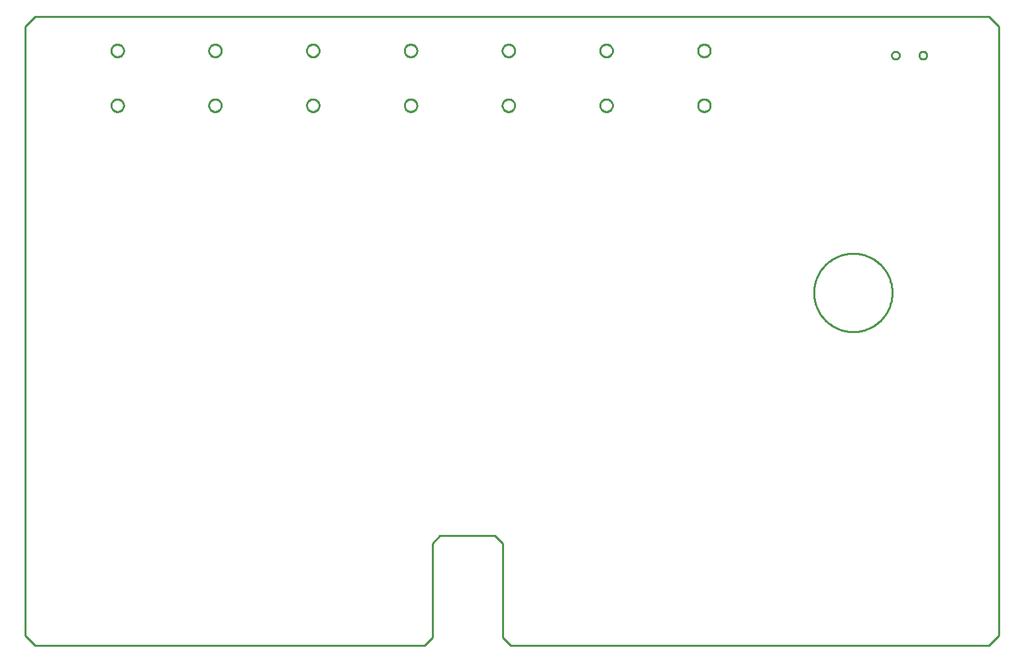
<source format=gbr>
G04 EAGLE Gerber RS-274X export*
G75*
%MOMM*%
%FSLAX34Y34*%
%LPD*%
%IN*%
%IPPOS*%
%AMOC8*
5,1,8,0,0,1.08239X$1,22.5*%
G01*
%ADD10C,0.254000*%


D10*
X0Y12700D02*
X12700Y0D01*
X510000Y0D01*
X520000Y10000D01*
X520000Y130000D01*
X530000Y140000D01*
X600000Y140000D01*
X610000Y130000D01*
X610000Y10000D01*
X620000Y0D01*
X1231900Y0D01*
X1244600Y12700D01*
X1244600Y791130D01*
X1231900Y803830D01*
X12700Y803830D01*
X0Y791130D01*
X0Y12700D01*
X1108000Y450018D02*
X1107923Y448056D01*
X1107769Y446098D01*
X1107538Y444148D01*
X1107231Y442209D01*
X1106848Y440282D01*
X1106389Y438373D01*
X1105856Y436483D01*
X1105249Y434615D01*
X1104570Y432773D01*
X1103818Y430959D01*
X1102996Y429175D01*
X1102105Y427426D01*
X1101145Y425712D01*
X1100119Y424038D01*
X1099028Y422405D01*
X1097874Y420816D01*
X1096658Y419274D01*
X1095383Y417781D01*
X1094050Y416339D01*
X1092661Y414950D01*
X1091219Y413617D01*
X1089726Y412342D01*
X1088184Y411126D01*
X1086595Y409972D01*
X1084962Y408881D01*
X1083288Y407855D01*
X1081574Y406895D01*
X1079825Y406004D01*
X1078041Y405182D01*
X1076227Y404430D01*
X1074385Y403751D01*
X1072517Y403144D01*
X1070627Y402611D01*
X1068718Y402152D01*
X1066792Y401769D01*
X1064852Y401462D01*
X1062902Y401231D01*
X1060944Y401077D01*
X1058982Y401000D01*
X1057018Y401000D01*
X1055056Y401077D01*
X1053098Y401231D01*
X1051148Y401462D01*
X1049209Y401769D01*
X1047282Y402152D01*
X1045373Y402611D01*
X1043483Y403144D01*
X1041615Y403751D01*
X1039773Y404430D01*
X1037959Y405182D01*
X1036175Y406004D01*
X1034426Y406895D01*
X1032712Y407855D01*
X1031038Y408881D01*
X1029405Y409972D01*
X1027816Y411126D01*
X1026274Y412342D01*
X1024781Y413617D01*
X1023339Y414950D01*
X1021950Y416339D01*
X1020617Y417781D01*
X1019342Y419274D01*
X1018126Y420816D01*
X1016972Y422405D01*
X1015881Y424038D01*
X1014855Y425712D01*
X1013895Y427426D01*
X1013004Y429175D01*
X1012182Y430959D01*
X1011430Y432773D01*
X1010751Y434615D01*
X1010144Y436483D01*
X1009611Y438373D01*
X1009152Y440282D01*
X1008769Y442209D01*
X1008462Y444148D01*
X1008231Y446098D01*
X1008077Y448056D01*
X1008000Y450018D01*
X1008000Y451982D01*
X1008077Y453944D01*
X1008231Y455902D01*
X1008462Y457852D01*
X1008769Y459792D01*
X1009152Y461718D01*
X1009611Y463627D01*
X1010144Y465517D01*
X1010751Y467385D01*
X1011430Y469227D01*
X1012182Y471041D01*
X1013004Y472825D01*
X1013895Y474574D01*
X1014855Y476288D01*
X1015881Y477962D01*
X1016972Y479595D01*
X1018126Y481184D01*
X1019342Y482726D01*
X1020617Y484219D01*
X1021950Y485661D01*
X1023339Y487050D01*
X1024781Y488383D01*
X1026274Y489658D01*
X1027816Y490874D01*
X1029405Y492028D01*
X1031038Y493119D01*
X1032712Y494145D01*
X1034426Y495105D01*
X1036175Y495996D01*
X1037959Y496818D01*
X1039773Y497570D01*
X1041615Y498249D01*
X1043483Y498856D01*
X1045373Y499389D01*
X1047282Y499848D01*
X1049209Y500231D01*
X1051148Y500538D01*
X1053098Y500769D01*
X1055056Y500923D01*
X1057018Y501000D01*
X1058982Y501000D01*
X1060944Y500923D01*
X1062902Y500769D01*
X1064852Y500538D01*
X1066792Y500231D01*
X1068718Y499848D01*
X1070627Y499389D01*
X1072517Y498856D01*
X1074385Y498249D01*
X1076227Y497570D01*
X1078041Y496818D01*
X1079825Y495996D01*
X1081574Y495105D01*
X1083288Y494145D01*
X1084962Y493119D01*
X1086595Y492028D01*
X1088184Y490874D01*
X1089726Y489658D01*
X1091219Y488383D01*
X1092661Y487050D01*
X1094050Y485661D01*
X1095383Y484219D01*
X1096658Y482726D01*
X1097874Y481184D01*
X1099028Y479595D01*
X1100119Y477962D01*
X1101145Y476288D01*
X1102105Y474574D01*
X1102996Y472825D01*
X1103818Y471041D01*
X1104570Y469227D01*
X1105249Y467385D01*
X1105856Y465517D01*
X1106389Y463627D01*
X1106848Y461718D01*
X1107231Y459792D01*
X1107538Y457852D01*
X1107769Y455902D01*
X1107923Y453944D01*
X1108000Y451982D01*
X1108000Y450018D01*
X1142300Y754761D02*
X1142363Y755319D01*
X1142488Y755866D01*
X1142673Y756396D01*
X1142917Y756902D01*
X1143216Y757378D01*
X1143566Y757817D01*
X1143963Y758214D01*
X1144402Y758564D01*
X1144878Y758863D01*
X1145384Y759107D01*
X1145914Y759292D01*
X1146461Y759417D01*
X1147019Y759480D01*
X1147581Y759480D01*
X1148139Y759417D01*
X1148686Y759292D01*
X1149216Y759107D01*
X1149722Y758863D01*
X1150198Y758564D01*
X1150637Y758214D01*
X1151034Y757817D01*
X1151384Y757378D01*
X1151683Y756902D01*
X1151927Y756396D01*
X1152112Y755866D01*
X1152237Y755319D01*
X1152300Y754761D01*
X1152300Y754199D01*
X1152237Y753641D01*
X1152112Y753094D01*
X1151927Y752564D01*
X1151683Y752058D01*
X1151384Y751582D01*
X1151034Y751143D01*
X1150637Y750746D01*
X1150198Y750396D01*
X1149722Y750097D01*
X1149216Y749853D01*
X1148686Y749668D01*
X1148139Y749543D01*
X1147581Y749480D01*
X1147019Y749480D01*
X1146461Y749543D01*
X1145914Y749668D01*
X1145384Y749853D01*
X1144878Y750097D01*
X1144402Y750396D01*
X1143963Y750746D01*
X1143566Y751143D01*
X1143216Y751582D01*
X1142917Y752058D01*
X1142673Y752564D01*
X1142488Y753094D01*
X1142363Y753641D01*
X1142300Y754199D01*
X1142300Y754761D01*
X1107300Y754761D02*
X1107363Y755319D01*
X1107488Y755866D01*
X1107673Y756396D01*
X1107917Y756902D01*
X1108216Y757378D01*
X1108566Y757817D01*
X1108963Y758214D01*
X1109402Y758564D01*
X1109878Y758863D01*
X1110384Y759107D01*
X1110914Y759292D01*
X1111461Y759417D01*
X1112019Y759480D01*
X1112581Y759480D01*
X1113139Y759417D01*
X1113686Y759292D01*
X1114216Y759107D01*
X1114722Y758863D01*
X1115198Y758564D01*
X1115637Y758214D01*
X1116034Y757817D01*
X1116384Y757378D01*
X1116683Y756902D01*
X1116927Y756396D01*
X1117112Y755866D01*
X1117237Y755319D01*
X1117300Y754761D01*
X1117300Y754199D01*
X1117237Y753641D01*
X1117112Y753094D01*
X1116927Y752564D01*
X1116683Y752058D01*
X1116384Y751582D01*
X1116034Y751143D01*
X1115637Y750746D01*
X1115198Y750396D01*
X1114722Y750097D01*
X1114216Y749853D01*
X1113686Y749668D01*
X1113139Y749543D01*
X1112581Y749480D01*
X1112019Y749480D01*
X1111461Y749543D01*
X1110914Y749668D01*
X1110384Y749853D01*
X1109878Y750097D01*
X1109402Y750396D01*
X1108963Y750746D01*
X1108566Y751143D01*
X1108216Y751582D01*
X1107917Y752058D01*
X1107673Y752564D01*
X1107488Y753094D01*
X1107363Y753641D01*
X1107300Y754199D01*
X1107300Y754761D01*
X617143Y752484D02*
X616361Y752561D01*
X615590Y752714D01*
X614838Y752943D01*
X614111Y753243D01*
X613418Y753614D01*
X612765Y754051D01*
X612157Y754549D01*
X611601Y755105D01*
X611103Y755713D01*
X610666Y756366D01*
X610295Y757059D01*
X609995Y757786D01*
X609766Y758538D01*
X609613Y759309D01*
X609536Y760091D01*
X609536Y760877D01*
X609613Y761659D01*
X609766Y762430D01*
X609995Y763182D01*
X610295Y763909D01*
X610666Y764602D01*
X611103Y765255D01*
X611601Y765863D01*
X612157Y766419D01*
X612765Y766917D01*
X613418Y767354D01*
X614111Y767725D01*
X614838Y768025D01*
X615590Y768254D01*
X616361Y768407D01*
X617143Y768484D01*
X617929Y768484D01*
X618711Y768407D01*
X619482Y768254D01*
X620234Y768025D01*
X620961Y767725D01*
X621654Y767354D01*
X622307Y766917D01*
X622915Y766419D01*
X623471Y765863D01*
X623969Y765255D01*
X624406Y764602D01*
X624777Y763909D01*
X625077Y763182D01*
X625306Y762430D01*
X625459Y761659D01*
X625536Y760877D01*
X625536Y760091D01*
X625459Y759309D01*
X625306Y758538D01*
X625077Y757786D01*
X624777Y757059D01*
X624406Y756366D01*
X623969Y755713D01*
X623471Y755105D01*
X622915Y754549D01*
X622307Y754051D01*
X621654Y753614D01*
X620961Y753243D01*
X620234Y752943D01*
X619482Y752714D01*
X618711Y752561D01*
X617929Y752484D01*
X617143Y752484D01*
X617143Y682484D02*
X616361Y682561D01*
X615590Y682714D01*
X614838Y682943D01*
X614111Y683243D01*
X613418Y683614D01*
X612765Y684051D01*
X612157Y684549D01*
X611601Y685105D01*
X611103Y685713D01*
X610666Y686366D01*
X610295Y687059D01*
X609995Y687786D01*
X609766Y688538D01*
X609613Y689309D01*
X609536Y690091D01*
X609536Y690877D01*
X609613Y691659D01*
X609766Y692430D01*
X609995Y693182D01*
X610295Y693909D01*
X610666Y694602D01*
X611103Y695255D01*
X611601Y695863D01*
X612157Y696419D01*
X612765Y696917D01*
X613418Y697354D01*
X614111Y697725D01*
X614838Y698025D01*
X615590Y698254D01*
X616361Y698407D01*
X617143Y698484D01*
X617929Y698484D01*
X618711Y698407D01*
X619482Y698254D01*
X620234Y698025D01*
X620961Y697725D01*
X621654Y697354D01*
X622307Y696917D01*
X622915Y696419D01*
X623471Y695863D01*
X623969Y695255D01*
X624406Y694602D01*
X624777Y693909D01*
X625077Y693182D01*
X625306Y692430D01*
X625459Y691659D01*
X625536Y690877D01*
X625536Y690091D01*
X625459Y689309D01*
X625306Y688538D01*
X625077Y687786D01*
X624777Y687059D01*
X624406Y686366D01*
X623969Y685713D01*
X623471Y685105D01*
X622915Y684549D01*
X622307Y684051D01*
X621654Y683614D01*
X620961Y683243D01*
X620234Y682943D01*
X619482Y682714D01*
X618711Y682561D01*
X617929Y682484D01*
X617143Y682484D01*
X492143Y752484D02*
X491361Y752561D01*
X490590Y752714D01*
X489838Y752943D01*
X489111Y753243D01*
X488418Y753614D01*
X487765Y754051D01*
X487157Y754549D01*
X486601Y755105D01*
X486103Y755713D01*
X485666Y756366D01*
X485295Y757059D01*
X484995Y757786D01*
X484766Y758538D01*
X484613Y759309D01*
X484536Y760091D01*
X484536Y760877D01*
X484613Y761659D01*
X484766Y762430D01*
X484995Y763182D01*
X485295Y763909D01*
X485666Y764602D01*
X486103Y765255D01*
X486601Y765863D01*
X487157Y766419D01*
X487765Y766917D01*
X488418Y767354D01*
X489111Y767725D01*
X489838Y768025D01*
X490590Y768254D01*
X491361Y768407D01*
X492143Y768484D01*
X492929Y768484D01*
X493711Y768407D01*
X494482Y768254D01*
X495234Y768025D01*
X495961Y767725D01*
X496654Y767354D01*
X497307Y766917D01*
X497915Y766419D01*
X498471Y765863D01*
X498969Y765255D01*
X499406Y764602D01*
X499777Y763909D01*
X500077Y763182D01*
X500306Y762430D01*
X500459Y761659D01*
X500536Y760877D01*
X500536Y760091D01*
X500459Y759309D01*
X500306Y758538D01*
X500077Y757786D01*
X499777Y757059D01*
X499406Y756366D01*
X498969Y755713D01*
X498471Y755105D01*
X497915Y754549D01*
X497307Y754051D01*
X496654Y753614D01*
X495961Y753243D01*
X495234Y752943D01*
X494482Y752714D01*
X493711Y752561D01*
X492929Y752484D01*
X492143Y752484D01*
X492143Y682484D02*
X491361Y682561D01*
X490590Y682714D01*
X489838Y682943D01*
X489111Y683243D01*
X488418Y683614D01*
X487765Y684051D01*
X487157Y684549D01*
X486601Y685105D01*
X486103Y685713D01*
X485666Y686366D01*
X485295Y687059D01*
X484995Y687786D01*
X484766Y688538D01*
X484613Y689309D01*
X484536Y690091D01*
X484536Y690877D01*
X484613Y691659D01*
X484766Y692430D01*
X484995Y693182D01*
X485295Y693909D01*
X485666Y694602D01*
X486103Y695255D01*
X486601Y695863D01*
X487157Y696419D01*
X487765Y696917D01*
X488418Y697354D01*
X489111Y697725D01*
X489838Y698025D01*
X490590Y698254D01*
X491361Y698407D01*
X492143Y698484D01*
X492929Y698484D01*
X493711Y698407D01*
X494482Y698254D01*
X495234Y698025D01*
X495961Y697725D01*
X496654Y697354D01*
X497307Y696917D01*
X497915Y696419D01*
X498471Y695863D01*
X498969Y695255D01*
X499406Y694602D01*
X499777Y693909D01*
X500077Y693182D01*
X500306Y692430D01*
X500459Y691659D01*
X500536Y690877D01*
X500536Y690091D01*
X500459Y689309D01*
X500306Y688538D01*
X500077Y687786D01*
X499777Y687059D01*
X499406Y686366D01*
X498969Y685713D01*
X498471Y685105D01*
X497915Y684549D01*
X497307Y684051D01*
X496654Y683614D01*
X495961Y683243D01*
X495234Y682943D01*
X494482Y682714D01*
X493711Y682561D01*
X492929Y682484D01*
X492143Y682484D01*
X367143Y752484D02*
X366361Y752561D01*
X365590Y752714D01*
X364838Y752943D01*
X364111Y753243D01*
X363418Y753614D01*
X362765Y754051D01*
X362157Y754549D01*
X361601Y755105D01*
X361103Y755713D01*
X360666Y756366D01*
X360295Y757059D01*
X359995Y757786D01*
X359766Y758538D01*
X359613Y759309D01*
X359536Y760091D01*
X359536Y760877D01*
X359613Y761659D01*
X359766Y762430D01*
X359995Y763182D01*
X360295Y763909D01*
X360666Y764602D01*
X361103Y765255D01*
X361601Y765863D01*
X362157Y766419D01*
X362765Y766917D01*
X363418Y767354D01*
X364111Y767725D01*
X364838Y768025D01*
X365590Y768254D01*
X366361Y768407D01*
X367143Y768484D01*
X367929Y768484D01*
X368711Y768407D01*
X369482Y768254D01*
X370234Y768025D01*
X370961Y767725D01*
X371654Y767354D01*
X372307Y766917D01*
X372915Y766419D01*
X373471Y765863D01*
X373969Y765255D01*
X374406Y764602D01*
X374777Y763909D01*
X375077Y763182D01*
X375306Y762430D01*
X375459Y761659D01*
X375536Y760877D01*
X375536Y760091D01*
X375459Y759309D01*
X375306Y758538D01*
X375077Y757786D01*
X374777Y757059D01*
X374406Y756366D01*
X373969Y755713D01*
X373471Y755105D01*
X372915Y754549D01*
X372307Y754051D01*
X371654Y753614D01*
X370961Y753243D01*
X370234Y752943D01*
X369482Y752714D01*
X368711Y752561D01*
X367929Y752484D01*
X367143Y752484D01*
X367143Y682484D02*
X366361Y682561D01*
X365590Y682714D01*
X364838Y682943D01*
X364111Y683243D01*
X363418Y683614D01*
X362765Y684051D01*
X362157Y684549D01*
X361601Y685105D01*
X361103Y685713D01*
X360666Y686366D01*
X360295Y687059D01*
X359995Y687786D01*
X359766Y688538D01*
X359613Y689309D01*
X359536Y690091D01*
X359536Y690877D01*
X359613Y691659D01*
X359766Y692430D01*
X359995Y693182D01*
X360295Y693909D01*
X360666Y694602D01*
X361103Y695255D01*
X361601Y695863D01*
X362157Y696419D01*
X362765Y696917D01*
X363418Y697354D01*
X364111Y697725D01*
X364838Y698025D01*
X365590Y698254D01*
X366361Y698407D01*
X367143Y698484D01*
X367929Y698484D01*
X368711Y698407D01*
X369482Y698254D01*
X370234Y698025D01*
X370961Y697725D01*
X371654Y697354D01*
X372307Y696917D01*
X372915Y696419D01*
X373471Y695863D01*
X373969Y695255D01*
X374406Y694602D01*
X374777Y693909D01*
X375077Y693182D01*
X375306Y692430D01*
X375459Y691659D01*
X375536Y690877D01*
X375536Y690091D01*
X375459Y689309D01*
X375306Y688538D01*
X375077Y687786D01*
X374777Y687059D01*
X374406Y686366D01*
X373969Y685713D01*
X373471Y685105D01*
X372915Y684549D01*
X372307Y684051D01*
X371654Y683614D01*
X370961Y683243D01*
X370234Y682943D01*
X369482Y682714D01*
X368711Y682561D01*
X367929Y682484D01*
X367143Y682484D01*
X242143Y752484D02*
X241361Y752561D01*
X240590Y752714D01*
X239838Y752943D01*
X239111Y753243D01*
X238418Y753614D01*
X237765Y754051D01*
X237157Y754549D01*
X236601Y755105D01*
X236103Y755713D01*
X235666Y756366D01*
X235295Y757059D01*
X234995Y757786D01*
X234766Y758538D01*
X234613Y759309D01*
X234536Y760091D01*
X234536Y760877D01*
X234613Y761659D01*
X234766Y762430D01*
X234995Y763182D01*
X235295Y763909D01*
X235666Y764602D01*
X236103Y765255D01*
X236601Y765863D01*
X237157Y766419D01*
X237765Y766917D01*
X238418Y767354D01*
X239111Y767725D01*
X239838Y768025D01*
X240590Y768254D01*
X241361Y768407D01*
X242143Y768484D01*
X242929Y768484D01*
X243711Y768407D01*
X244482Y768254D01*
X245234Y768025D01*
X245961Y767725D01*
X246654Y767354D01*
X247307Y766917D01*
X247915Y766419D01*
X248471Y765863D01*
X248969Y765255D01*
X249406Y764602D01*
X249777Y763909D01*
X250077Y763182D01*
X250306Y762430D01*
X250459Y761659D01*
X250536Y760877D01*
X250536Y760091D01*
X250459Y759309D01*
X250306Y758538D01*
X250077Y757786D01*
X249777Y757059D01*
X249406Y756366D01*
X248969Y755713D01*
X248471Y755105D01*
X247915Y754549D01*
X247307Y754051D01*
X246654Y753614D01*
X245961Y753243D01*
X245234Y752943D01*
X244482Y752714D01*
X243711Y752561D01*
X242929Y752484D01*
X242143Y752484D01*
X242143Y682484D02*
X241361Y682561D01*
X240590Y682714D01*
X239838Y682943D01*
X239111Y683243D01*
X238418Y683614D01*
X237765Y684051D01*
X237157Y684549D01*
X236601Y685105D01*
X236103Y685713D01*
X235666Y686366D01*
X235295Y687059D01*
X234995Y687786D01*
X234766Y688538D01*
X234613Y689309D01*
X234536Y690091D01*
X234536Y690877D01*
X234613Y691659D01*
X234766Y692430D01*
X234995Y693182D01*
X235295Y693909D01*
X235666Y694602D01*
X236103Y695255D01*
X236601Y695863D01*
X237157Y696419D01*
X237765Y696917D01*
X238418Y697354D01*
X239111Y697725D01*
X239838Y698025D01*
X240590Y698254D01*
X241361Y698407D01*
X242143Y698484D01*
X242929Y698484D01*
X243711Y698407D01*
X244482Y698254D01*
X245234Y698025D01*
X245961Y697725D01*
X246654Y697354D01*
X247307Y696917D01*
X247915Y696419D01*
X248471Y695863D01*
X248969Y695255D01*
X249406Y694602D01*
X249777Y693909D01*
X250077Y693182D01*
X250306Y692430D01*
X250459Y691659D01*
X250536Y690877D01*
X250536Y690091D01*
X250459Y689309D01*
X250306Y688538D01*
X250077Y687786D01*
X249777Y687059D01*
X249406Y686366D01*
X248969Y685713D01*
X248471Y685105D01*
X247915Y684549D01*
X247307Y684051D01*
X246654Y683614D01*
X245961Y683243D01*
X245234Y682943D01*
X244482Y682714D01*
X243711Y682561D01*
X242929Y682484D01*
X242143Y682484D01*
X117143Y752484D02*
X116361Y752561D01*
X115590Y752714D01*
X114838Y752943D01*
X114111Y753243D01*
X113418Y753614D01*
X112765Y754051D01*
X112157Y754549D01*
X111601Y755105D01*
X111103Y755713D01*
X110666Y756366D01*
X110295Y757059D01*
X109995Y757786D01*
X109766Y758538D01*
X109613Y759309D01*
X109536Y760091D01*
X109536Y760877D01*
X109613Y761659D01*
X109766Y762430D01*
X109995Y763182D01*
X110295Y763909D01*
X110666Y764602D01*
X111103Y765255D01*
X111601Y765863D01*
X112157Y766419D01*
X112765Y766917D01*
X113418Y767354D01*
X114111Y767725D01*
X114838Y768025D01*
X115590Y768254D01*
X116361Y768407D01*
X117143Y768484D01*
X117929Y768484D01*
X118711Y768407D01*
X119482Y768254D01*
X120234Y768025D01*
X120961Y767725D01*
X121654Y767354D01*
X122307Y766917D01*
X122915Y766419D01*
X123471Y765863D01*
X123969Y765255D01*
X124406Y764602D01*
X124777Y763909D01*
X125077Y763182D01*
X125306Y762430D01*
X125459Y761659D01*
X125536Y760877D01*
X125536Y760091D01*
X125459Y759309D01*
X125306Y758538D01*
X125077Y757786D01*
X124777Y757059D01*
X124406Y756366D01*
X123969Y755713D01*
X123471Y755105D01*
X122915Y754549D01*
X122307Y754051D01*
X121654Y753614D01*
X120961Y753243D01*
X120234Y752943D01*
X119482Y752714D01*
X118711Y752561D01*
X117929Y752484D01*
X117143Y752484D01*
X117143Y682484D02*
X116361Y682561D01*
X115590Y682714D01*
X114838Y682943D01*
X114111Y683243D01*
X113418Y683614D01*
X112765Y684051D01*
X112157Y684549D01*
X111601Y685105D01*
X111103Y685713D01*
X110666Y686366D01*
X110295Y687059D01*
X109995Y687786D01*
X109766Y688538D01*
X109613Y689309D01*
X109536Y690091D01*
X109536Y690877D01*
X109613Y691659D01*
X109766Y692430D01*
X109995Y693182D01*
X110295Y693909D01*
X110666Y694602D01*
X111103Y695255D01*
X111601Y695863D01*
X112157Y696419D01*
X112765Y696917D01*
X113418Y697354D01*
X114111Y697725D01*
X114838Y698025D01*
X115590Y698254D01*
X116361Y698407D01*
X117143Y698484D01*
X117929Y698484D01*
X118711Y698407D01*
X119482Y698254D01*
X120234Y698025D01*
X120961Y697725D01*
X121654Y697354D01*
X122307Y696917D01*
X122915Y696419D01*
X123471Y695863D01*
X123969Y695255D01*
X124406Y694602D01*
X124777Y693909D01*
X125077Y693182D01*
X125306Y692430D01*
X125459Y691659D01*
X125536Y690877D01*
X125536Y690091D01*
X125459Y689309D01*
X125306Y688538D01*
X125077Y687786D01*
X124777Y687059D01*
X124406Y686366D01*
X123969Y685713D01*
X123471Y685105D01*
X122915Y684549D01*
X122307Y684051D01*
X121654Y683614D01*
X120961Y683243D01*
X120234Y682943D01*
X119482Y682714D01*
X118711Y682561D01*
X117929Y682484D01*
X117143Y682484D01*
X867143Y752484D02*
X866361Y752561D01*
X865590Y752714D01*
X864838Y752943D01*
X864111Y753243D01*
X863418Y753614D01*
X862765Y754051D01*
X862157Y754549D01*
X861601Y755105D01*
X861103Y755713D01*
X860666Y756366D01*
X860295Y757059D01*
X859995Y757786D01*
X859766Y758538D01*
X859613Y759309D01*
X859536Y760091D01*
X859536Y760877D01*
X859613Y761659D01*
X859766Y762430D01*
X859995Y763182D01*
X860295Y763909D01*
X860666Y764602D01*
X861103Y765255D01*
X861601Y765863D01*
X862157Y766419D01*
X862765Y766917D01*
X863418Y767354D01*
X864111Y767725D01*
X864838Y768025D01*
X865590Y768254D01*
X866361Y768407D01*
X867143Y768484D01*
X867929Y768484D01*
X868711Y768407D01*
X869482Y768254D01*
X870234Y768025D01*
X870961Y767725D01*
X871654Y767354D01*
X872307Y766917D01*
X872915Y766419D01*
X873471Y765863D01*
X873969Y765255D01*
X874406Y764602D01*
X874777Y763909D01*
X875077Y763182D01*
X875306Y762430D01*
X875459Y761659D01*
X875536Y760877D01*
X875536Y760091D01*
X875459Y759309D01*
X875306Y758538D01*
X875077Y757786D01*
X874777Y757059D01*
X874406Y756366D01*
X873969Y755713D01*
X873471Y755105D01*
X872915Y754549D01*
X872307Y754051D01*
X871654Y753614D01*
X870961Y753243D01*
X870234Y752943D01*
X869482Y752714D01*
X868711Y752561D01*
X867929Y752484D01*
X867143Y752484D01*
X867143Y682484D02*
X866361Y682561D01*
X865590Y682714D01*
X864838Y682943D01*
X864111Y683243D01*
X863418Y683614D01*
X862765Y684051D01*
X862157Y684549D01*
X861601Y685105D01*
X861103Y685713D01*
X860666Y686366D01*
X860295Y687059D01*
X859995Y687786D01*
X859766Y688538D01*
X859613Y689309D01*
X859536Y690091D01*
X859536Y690877D01*
X859613Y691659D01*
X859766Y692430D01*
X859995Y693182D01*
X860295Y693909D01*
X860666Y694602D01*
X861103Y695255D01*
X861601Y695863D01*
X862157Y696419D01*
X862765Y696917D01*
X863418Y697354D01*
X864111Y697725D01*
X864838Y698025D01*
X865590Y698254D01*
X866361Y698407D01*
X867143Y698484D01*
X867929Y698484D01*
X868711Y698407D01*
X869482Y698254D01*
X870234Y698025D01*
X870961Y697725D01*
X871654Y697354D01*
X872307Y696917D01*
X872915Y696419D01*
X873471Y695863D01*
X873969Y695255D01*
X874406Y694602D01*
X874777Y693909D01*
X875077Y693182D01*
X875306Y692430D01*
X875459Y691659D01*
X875536Y690877D01*
X875536Y690091D01*
X875459Y689309D01*
X875306Y688538D01*
X875077Y687786D01*
X874777Y687059D01*
X874406Y686366D01*
X873969Y685713D01*
X873471Y685105D01*
X872915Y684549D01*
X872307Y684051D01*
X871654Y683614D01*
X870961Y683243D01*
X870234Y682943D01*
X869482Y682714D01*
X868711Y682561D01*
X867929Y682484D01*
X867143Y682484D01*
X742143Y752484D02*
X741361Y752561D01*
X740590Y752714D01*
X739838Y752943D01*
X739111Y753243D01*
X738418Y753614D01*
X737765Y754051D01*
X737157Y754549D01*
X736601Y755105D01*
X736103Y755713D01*
X735666Y756366D01*
X735295Y757059D01*
X734995Y757786D01*
X734766Y758538D01*
X734613Y759309D01*
X734536Y760091D01*
X734536Y760877D01*
X734613Y761659D01*
X734766Y762430D01*
X734995Y763182D01*
X735295Y763909D01*
X735666Y764602D01*
X736103Y765255D01*
X736601Y765863D01*
X737157Y766419D01*
X737765Y766917D01*
X738418Y767354D01*
X739111Y767725D01*
X739838Y768025D01*
X740590Y768254D01*
X741361Y768407D01*
X742143Y768484D01*
X742929Y768484D01*
X743711Y768407D01*
X744482Y768254D01*
X745234Y768025D01*
X745961Y767725D01*
X746654Y767354D01*
X747307Y766917D01*
X747915Y766419D01*
X748471Y765863D01*
X748969Y765255D01*
X749406Y764602D01*
X749777Y763909D01*
X750077Y763182D01*
X750306Y762430D01*
X750459Y761659D01*
X750536Y760877D01*
X750536Y760091D01*
X750459Y759309D01*
X750306Y758538D01*
X750077Y757786D01*
X749777Y757059D01*
X749406Y756366D01*
X748969Y755713D01*
X748471Y755105D01*
X747915Y754549D01*
X747307Y754051D01*
X746654Y753614D01*
X745961Y753243D01*
X745234Y752943D01*
X744482Y752714D01*
X743711Y752561D01*
X742929Y752484D01*
X742143Y752484D01*
X742143Y682484D02*
X741361Y682561D01*
X740590Y682714D01*
X739838Y682943D01*
X739111Y683243D01*
X738418Y683614D01*
X737765Y684051D01*
X737157Y684549D01*
X736601Y685105D01*
X736103Y685713D01*
X735666Y686366D01*
X735295Y687059D01*
X734995Y687786D01*
X734766Y688538D01*
X734613Y689309D01*
X734536Y690091D01*
X734536Y690877D01*
X734613Y691659D01*
X734766Y692430D01*
X734995Y693182D01*
X735295Y693909D01*
X735666Y694602D01*
X736103Y695255D01*
X736601Y695863D01*
X737157Y696419D01*
X737765Y696917D01*
X738418Y697354D01*
X739111Y697725D01*
X739838Y698025D01*
X740590Y698254D01*
X741361Y698407D01*
X742143Y698484D01*
X742929Y698484D01*
X743711Y698407D01*
X744482Y698254D01*
X745234Y698025D01*
X745961Y697725D01*
X746654Y697354D01*
X747307Y696917D01*
X747915Y696419D01*
X748471Y695863D01*
X748969Y695255D01*
X749406Y694602D01*
X749777Y693909D01*
X750077Y693182D01*
X750306Y692430D01*
X750459Y691659D01*
X750536Y690877D01*
X750536Y690091D01*
X750459Y689309D01*
X750306Y688538D01*
X750077Y687786D01*
X749777Y687059D01*
X749406Y686366D01*
X748969Y685713D01*
X748471Y685105D01*
X747915Y684549D01*
X747307Y684051D01*
X746654Y683614D01*
X745961Y683243D01*
X745234Y682943D01*
X744482Y682714D01*
X743711Y682561D01*
X742929Y682484D01*
X742143Y682484D01*
M02*

</source>
